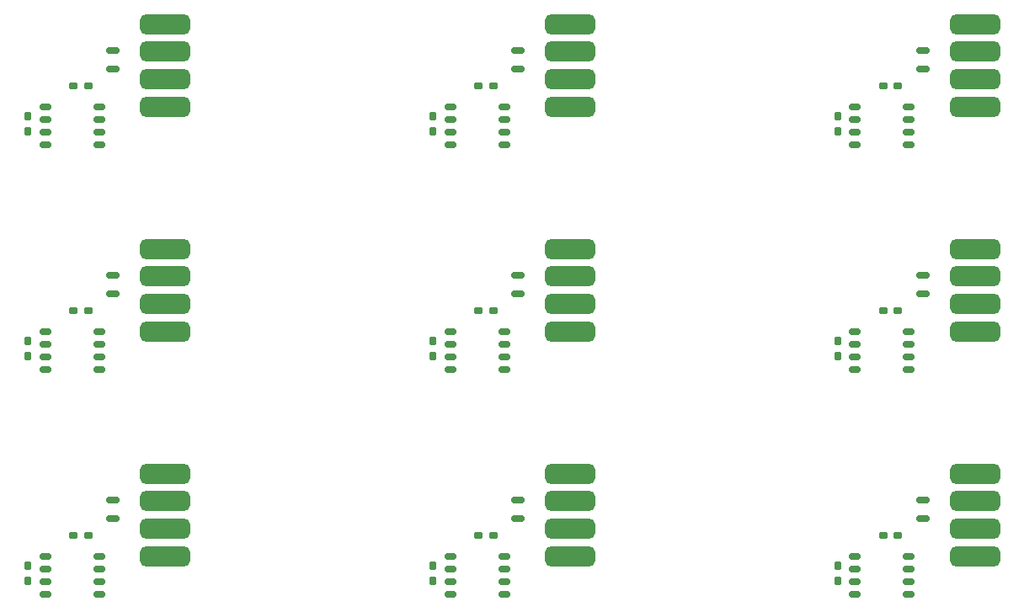
<source format=gbp>
%TF.GenerationSoftware,KiCad,Pcbnew,7.0.5*%
%TF.CreationDate,2023-06-23T14:23:01+02:00*%
%TF.ProjectId,candleLightfd-S01_3x3,63616e64-6c65-44c6-9967-687466642d53,R01*%
%TF.SameCoordinates,PX54d44f0PY5fbfb80*%
%TF.FileFunction,Paste,Bot*%
%TF.FilePolarity,Positive*%
%FSLAX46Y46*%
G04 Gerber Fmt 4.6, Leading zero omitted, Abs format (unit mm)*
G04 Created by KiCad (PCBNEW 7.0.5) date 2023-06-23 14:23:01*
%MOMM*%
%LPD*%
G01*
G04 APERTURE LIST*
G04 Aperture macros list*
%AMRoundRect*
0 Rectangle with rounded corners*
0 $1 Rounding radius*
0 $2 $3 $4 $5 $6 $7 $8 $9 X,Y pos of 4 corners*
0 Add a 4 corners polygon primitive as box body*
4,1,4,$2,$3,$4,$5,$6,$7,$8,$9,$2,$3,0*
0 Add four circle primitives for the rounded corners*
1,1,$1+$1,$2,$3*
1,1,$1+$1,$4,$5*
1,1,$1+$1,$6,$7*
1,1,$1+$1,$8,$9*
0 Add four rect primitives between the rounded corners*
20,1,$1+$1,$2,$3,$4,$5,0*
20,1,$1+$1,$4,$5,$6,$7,0*
20,1,$1+$1,$6,$7,$8,$9,0*
20,1,$1+$1,$8,$9,$2,$3,0*%
G04 Aperture macros list end*
%ADD10RoundRect,0.500000X-2.000000X0.500000X-2.000000X-0.500000X2.000000X-0.500000X2.000000X0.500000X0*%
%ADD11RoundRect,0.150000X-0.420000X-0.150000X0.420000X-0.150000X0.420000X0.150000X-0.420000X0.150000X0*%
%ADD12RoundRect,0.187500X0.212500X0.187500X-0.212500X0.187500X-0.212500X-0.187500X0.212500X-0.187500X0*%
%ADD13RoundRect,0.187500X-0.187500X0.212500X-0.187500X-0.212500X0.187500X-0.212500X0.187500X0.212500X0*%
%ADD14RoundRect,0.175000X-0.475000X0.175000X-0.475000X-0.175000X0.475000X-0.175000X0.475000X0.175000X0*%
G04 APERTURE END LIST*
D10*
%TO.C,X2*%
X116500000Y36045000D03*
X116500000Y38815000D03*
X116500000Y41585000D03*
X116500000Y44355000D03*
%TD*%
%TO.C,X2*%
X75800000Y36045000D03*
X75800000Y38815000D03*
X75800000Y41585000D03*
X75800000Y44355000D03*
%TD*%
%TO.C,X2*%
X75800000Y13445000D03*
X75800000Y16215000D03*
X75800000Y18985000D03*
X75800000Y21755000D03*
%TD*%
%TO.C,X2*%
X35100000Y58645000D03*
X35100000Y61415000D03*
X35100000Y64185000D03*
X35100000Y66955000D03*
%TD*%
%TO.C,X2*%
X75800000Y58645000D03*
X75800000Y61415000D03*
X75800000Y64185000D03*
X75800000Y66955000D03*
%TD*%
%TO.C,X2*%
X116500000Y58645000D03*
X116500000Y61415000D03*
X116500000Y64185000D03*
X116500000Y66955000D03*
%TD*%
%TO.C,X2*%
X35100000Y36045000D03*
X35100000Y38815000D03*
X35100000Y41585000D03*
X35100000Y44355000D03*
%TD*%
%TO.C,X2*%
X35100000Y13445000D03*
X35100000Y16215000D03*
X35100000Y18985000D03*
X35100000Y21755000D03*
%TD*%
%TO.C,X2*%
X116500000Y13445000D03*
X116500000Y16215000D03*
X116500000Y18985000D03*
X116500000Y21755000D03*
%TD*%
D11*
%TO.C,U4*%
X104450000Y9595000D03*
X104450000Y10865000D03*
X104450000Y12135000D03*
X104450000Y13405000D03*
X109850000Y13405000D03*
X109850000Y12135000D03*
X109850000Y10865000D03*
X109850000Y9595000D03*
%TD*%
D12*
%TO.C,C9*%
X108750000Y60750000D03*
X107250000Y60750000D03*
%TD*%
D11*
%TO.C,U4*%
X104450000Y32195000D03*
X104450000Y33465000D03*
X104450000Y34735000D03*
X104450000Y36005000D03*
X109850000Y36005000D03*
X109850000Y34735000D03*
X109850000Y33465000D03*
X109850000Y32195000D03*
%TD*%
D13*
%TO.C,C11*%
X62000000Y57700000D03*
X62000000Y56200000D03*
%TD*%
%TO.C,C11*%
X62000000Y35100000D03*
X62000000Y33600000D03*
%TD*%
D11*
%TO.C,U4*%
X23050000Y32195000D03*
X23050000Y33465000D03*
X23050000Y34735000D03*
X23050000Y36005000D03*
X28450000Y36005000D03*
X28450000Y34735000D03*
X28450000Y33465000D03*
X28450000Y32195000D03*
%TD*%
D14*
%TO.C,R8*%
X29850000Y41700000D03*
X29850000Y39800000D03*
%TD*%
D13*
%TO.C,C11*%
X102700000Y57700000D03*
X102700000Y56200000D03*
%TD*%
%TO.C,C11*%
X102700000Y12500000D03*
X102700000Y11000000D03*
%TD*%
D11*
%TO.C,U4*%
X63750000Y9595000D03*
X63750000Y10865000D03*
X63750000Y12135000D03*
X63750000Y13405000D03*
X69150000Y13405000D03*
X69150000Y12135000D03*
X69150000Y10865000D03*
X69150000Y9595000D03*
%TD*%
%TO.C,U4*%
X23050000Y54795000D03*
X23050000Y56065000D03*
X23050000Y57335000D03*
X23050000Y58605000D03*
X28450000Y58605000D03*
X28450000Y57335000D03*
X28450000Y56065000D03*
X28450000Y54795000D03*
%TD*%
D14*
%TO.C,R8*%
X111250000Y19100000D03*
X111250000Y17200000D03*
%TD*%
D13*
%TO.C,C11*%
X21300000Y12500000D03*
X21300000Y11000000D03*
%TD*%
%TO.C,C11*%
X102700000Y35100000D03*
X102700000Y33600000D03*
%TD*%
D12*
%TO.C,C9*%
X27350000Y15550000D03*
X25850000Y15550000D03*
%TD*%
%TO.C,C9*%
X27350000Y38150000D03*
X25850000Y38150000D03*
%TD*%
%TO.C,C9*%
X68050000Y38150000D03*
X66550000Y38150000D03*
%TD*%
D14*
%TO.C,R8*%
X111250000Y64300000D03*
X111250000Y62400000D03*
%TD*%
D13*
%TO.C,C11*%
X21300000Y35100000D03*
X21300000Y33600000D03*
%TD*%
D11*
%TO.C,U4*%
X23050000Y9595000D03*
X23050000Y10865000D03*
X23050000Y12135000D03*
X23050000Y13405000D03*
X28450000Y13405000D03*
X28450000Y12135000D03*
X28450000Y10865000D03*
X28450000Y9595000D03*
%TD*%
D12*
%TO.C,C9*%
X68050000Y60750000D03*
X66550000Y60750000D03*
%TD*%
D11*
%TO.C,U4*%
X63750000Y54795000D03*
X63750000Y56065000D03*
X63750000Y57335000D03*
X63750000Y58605000D03*
X69150000Y58605000D03*
X69150000Y57335000D03*
X69150000Y56065000D03*
X69150000Y54795000D03*
%TD*%
D12*
%TO.C,C9*%
X68050000Y15550000D03*
X66550000Y15550000D03*
%TD*%
D14*
%TO.C,R8*%
X70550000Y19100000D03*
X70550000Y17200000D03*
%TD*%
D12*
%TO.C,C9*%
X108750000Y15550000D03*
X107250000Y15550000D03*
%TD*%
D13*
%TO.C,C11*%
X21300000Y57700000D03*
X21300000Y56200000D03*
%TD*%
D12*
%TO.C,C9*%
X27350000Y60750000D03*
X25850000Y60750000D03*
%TD*%
D14*
%TO.C,R8*%
X70550000Y64300000D03*
X70550000Y62400000D03*
%TD*%
%TO.C,R8*%
X70550000Y41700000D03*
X70550000Y39800000D03*
%TD*%
%TO.C,R8*%
X29850000Y19100000D03*
X29850000Y17200000D03*
%TD*%
D11*
%TO.C,U4*%
X104450000Y54795000D03*
X104450000Y56065000D03*
X104450000Y57335000D03*
X104450000Y58605000D03*
X109850000Y58605000D03*
X109850000Y57335000D03*
X109850000Y56065000D03*
X109850000Y54795000D03*
%TD*%
D14*
%TO.C,R8*%
X111250000Y41700000D03*
X111250000Y39800000D03*
%TD*%
%TO.C,R8*%
X29850000Y64300000D03*
X29850000Y62400000D03*
%TD*%
D13*
%TO.C,C11*%
X62000000Y12500000D03*
X62000000Y11000000D03*
%TD*%
D12*
%TO.C,C9*%
X108750000Y38150000D03*
X107250000Y38150000D03*
%TD*%
D11*
%TO.C,U4*%
X63750000Y32195000D03*
X63750000Y33465000D03*
X63750000Y34735000D03*
X63750000Y36005000D03*
X69150000Y36005000D03*
X69150000Y34735000D03*
X69150000Y33465000D03*
X69150000Y32195000D03*
%TD*%
M02*

</source>
